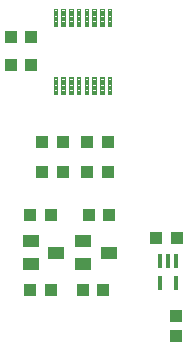
<source format=gtp>
G04 EAGLE Gerber X2 export*
%TF.Part,Single*%
%TF.FileFunction,Paste,Top*%
%TF.FilePolarity,Positive*%
%TF.GenerationSoftware,Autodesk,EAGLE,8.7.0*%
%TF.CreationDate,2018-03-20T01:19:31Z*%
G75*
%MOMM*%
%FSLAX34Y34*%
%LPD*%
%AMOC8*
5,1,8,0,0,1.08239X$1,22.5*%
G01*
%ADD10C,0.102500*%
%ADD11R,1.000000X1.100000*%
%ADD12R,1.100000X1.000000*%
%ADD13R,0.400000X1.190000*%
%ADD14R,1.400000X1.000000*%


D10*
X127378Y274548D02*
X127378Y259872D01*
X124302Y259872D01*
X124302Y274548D01*
X127378Y274548D01*
X127378Y260896D02*
X124302Y260896D01*
X124302Y261920D02*
X127378Y261920D01*
X127378Y262944D02*
X124302Y262944D01*
X124302Y263968D02*
X127378Y263968D01*
X127378Y264992D02*
X124302Y264992D01*
X124302Y266016D02*
X127378Y266016D01*
X127378Y267040D02*
X124302Y267040D01*
X124302Y268064D02*
X127378Y268064D01*
X127378Y269088D02*
X124302Y269088D01*
X124302Y270112D02*
X127378Y270112D01*
X127378Y271136D02*
X124302Y271136D01*
X124302Y272160D02*
X127378Y272160D01*
X127378Y273184D02*
X124302Y273184D01*
X124302Y274208D02*
X127378Y274208D01*
X133878Y274548D02*
X133878Y259872D01*
X130802Y259872D01*
X130802Y274548D01*
X133878Y274548D01*
X133878Y260896D02*
X130802Y260896D01*
X130802Y261920D02*
X133878Y261920D01*
X133878Y262944D02*
X130802Y262944D01*
X130802Y263968D02*
X133878Y263968D01*
X133878Y264992D02*
X130802Y264992D01*
X130802Y266016D02*
X133878Y266016D01*
X133878Y267040D02*
X130802Y267040D01*
X130802Y268064D02*
X133878Y268064D01*
X133878Y269088D02*
X130802Y269088D01*
X130802Y270112D02*
X133878Y270112D01*
X133878Y271136D02*
X130802Y271136D01*
X130802Y272160D02*
X133878Y272160D01*
X133878Y273184D02*
X130802Y273184D01*
X130802Y274208D02*
X133878Y274208D01*
X140378Y274548D02*
X140378Y259872D01*
X137302Y259872D01*
X137302Y274548D01*
X140378Y274548D01*
X140378Y260896D02*
X137302Y260896D01*
X137302Y261920D02*
X140378Y261920D01*
X140378Y262944D02*
X137302Y262944D01*
X137302Y263968D02*
X140378Y263968D01*
X140378Y264992D02*
X137302Y264992D01*
X137302Y266016D02*
X140378Y266016D01*
X140378Y267040D02*
X137302Y267040D01*
X137302Y268064D02*
X140378Y268064D01*
X140378Y269088D02*
X137302Y269088D01*
X137302Y270112D02*
X140378Y270112D01*
X140378Y271136D02*
X137302Y271136D01*
X137302Y272160D02*
X140378Y272160D01*
X140378Y273184D02*
X137302Y273184D01*
X137302Y274208D02*
X140378Y274208D01*
X146878Y274548D02*
X146878Y259872D01*
X143802Y259872D01*
X143802Y274548D01*
X146878Y274548D01*
X146878Y260896D02*
X143802Y260896D01*
X143802Y261920D02*
X146878Y261920D01*
X146878Y262944D02*
X143802Y262944D01*
X143802Y263968D02*
X146878Y263968D01*
X146878Y264992D02*
X143802Y264992D01*
X143802Y266016D02*
X146878Y266016D01*
X146878Y267040D02*
X143802Y267040D01*
X143802Y268064D02*
X146878Y268064D01*
X146878Y269088D02*
X143802Y269088D01*
X143802Y270112D02*
X146878Y270112D01*
X146878Y271136D02*
X143802Y271136D01*
X143802Y272160D02*
X146878Y272160D01*
X146878Y273184D02*
X143802Y273184D01*
X143802Y274208D02*
X146878Y274208D01*
X153378Y274548D02*
X153378Y259872D01*
X150302Y259872D01*
X150302Y274548D01*
X153378Y274548D01*
X153378Y260896D02*
X150302Y260896D01*
X150302Y261920D02*
X153378Y261920D01*
X153378Y262944D02*
X150302Y262944D01*
X150302Y263968D02*
X153378Y263968D01*
X153378Y264992D02*
X150302Y264992D01*
X150302Y266016D02*
X153378Y266016D01*
X153378Y267040D02*
X150302Y267040D01*
X150302Y268064D02*
X153378Y268064D01*
X153378Y269088D02*
X150302Y269088D01*
X150302Y270112D02*
X153378Y270112D01*
X153378Y271136D02*
X150302Y271136D01*
X150302Y272160D02*
X153378Y272160D01*
X153378Y273184D02*
X150302Y273184D01*
X150302Y274208D02*
X153378Y274208D01*
X159878Y274548D02*
X159878Y259872D01*
X156802Y259872D01*
X156802Y274548D01*
X159878Y274548D01*
X159878Y260896D02*
X156802Y260896D01*
X156802Y261920D02*
X159878Y261920D01*
X159878Y262944D02*
X156802Y262944D01*
X156802Y263968D02*
X159878Y263968D01*
X159878Y264992D02*
X156802Y264992D01*
X156802Y266016D02*
X159878Y266016D01*
X159878Y267040D02*
X156802Y267040D01*
X156802Y268064D02*
X159878Y268064D01*
X159878Y269088D02*
X156802Y269088D01*
X156802Y270112D02*
X159878Y270112D01*
X159878Y271136D02*
X156802Y271136D01*
X156802Y272160D02*
X159878Y272160D01*
X159878Y273184D02*
X156802Y273184D01*
X156802Y274208D02*
X159878Y274208D01*
X166378Y274548D02*
X166378Y259872D01*
X163302Y259872D01*
X163302Y274548D01*
X166378Y274548D01*
X166378Y260896D02*
X163302Y260896D01*
X163302Y261920D02*
X166378Y261920D01*
X166378Y262944D02*
X163302Y262944D01*
X163302Y263968D02*
X166378Y263968D01*
X166378Y264992D02*
X163302Y264992D01*
X163302Y266016D02*
X166378Y266016D01*
X166378Y267040D02*
X163302Y267040D01*
X163302Y268064D02*
X166378Y268064D01*
X166378Y269088D02*
X163302Y269088D01*
X163302Y270112D02*
X166378Y270112D01*
X166378Y271136D02*
X163302Y271136D01*
X163302Y272160D02*
X166378Y272160D01*
X166378Y273184D02*
X163302Y273184D01*
X163302Y274208D02*
X166378Y274208D01*
X172878Y274548D02*
X172878Y259872D01*
X169802Y259872D01*
X169802Y274548D01*
X172878Y274548D01*
X172878Y260896D02*
X169802Y260896D01*
X169802Y261920D02*
X172878Y261920D01*
X172878Y262944D02*
X169802Y262944D01*
X169802Y263968D02*
X172878Y263968D01*
X172878Y264992D02*
X169802Y264992D01*
X169802Y266016D02*
X172878Y266016D01*
X172878Y267040D02*
X169802Y267040D01*
X169802Y268064D02*
X172878Y268064D01*
X172878Y269088D02*
X169802Y269088D01*
X169802Y270112D02*
X172878Y270112D01*
X172878Y271136D02*
X169802Y271136D01*
X169802Y272160D02*
X172878Y272160D01*
X172878Y273184D02*
X169802Y273184D01*
X169802Y274208D02*
X172878Y274208D01*
X172878Y317272D02*
X172878Y331948D01*
X172878Y317272D02*
X169802Y317272D01*
X169802Y331948D01*
X172878Y331948D01*
X172878Y318296D02*
X169802Y318296D01*
X169802Y319320D02*
X172878Y319320D01*
X172878Y320344D02*
X169802Y320344D01*
X169802Y321368D02*
X172878Y321368D01*
X172878Y322392D02*
X169802Y322392D01*
X169802Y323416D02*
X172878Y323416D01*
X172878Y324440D02*
X169802Y324440D01*
X169802Y325464D02*
X172878Y325464D01*
X172878Y326488D02*
X169802Y326488D01*
X169802Y327512D02*
X172878Y327512D01*
X172878Y328536D02*
X169802Y328536D01*
X169802Y329560D02*
X172878Y329560D01*
X172878Y330584D02*
X169802Y330584D01*
X169802Y331608D02*
X172878Y331608D01*
X166378Y331948D02*
X166378Y317272D01*
X163302Y317272D01*
X163302Y331948D01*
X166378Y331948D01*
X166378Y318296D02*
X163302Y318296D01*
X163302Y319320D02*
X166378Y319320D01*
X166378Y320344D02*
X163302Y320344D01*
X163302Y321368D02*
X166378Y321368D01*
X166378Y322392D02*
X163302Y322392D01*
X163302Y323416D02*
X166378Y323416D01*
X166378Y324440D02*
X163302Y324440D01*
X163302Y325464D02*
X166378Y325464D01*
X166378Y326488D02*
X163302Y326488D01*
X163302Y327512D02*
X166378Y327512D01*
X166378Y328536D02*
X163302Y328536D01*
X163302Y329560D02*
X166378Y329560D01*
X166378Y330584D02*
X163302Y330584D01*
X163302Y331608D02*
X166378Y331608D01*
X159878Y331948D02*
X159878Y317272D01*
X156802Y317272D01*
X156802Y331948D01*
X159878Y331948D01*
X159878Y318296D02*
X156802Y318296D01*
X156802Y319320D02*
X159878Y319320D01*
X159878Y320344D02*
X156802Y320344D01*
X156802Y321368D02*
X159878Y321368D01*
X159878Y322392D02*
X156802Y322392D01*
X156802Y323416D02*
X159878Y323416D01*
X159878Y324440D02*
X156802Y324440D01*
X156802Y325464D02*
X159878Y325464D01*
X159878Y326488D02*
X156802Y326488D01*
X156802Y327512D02*
X159878Y327512D01*
X159878Y328536D02*
X156802Y328536D01*
X156802Y329560D02*
X159878Y329560D01*
X159878Y330584D02*
X156802Y330584D01*
X156802Y331608D02*
X159878Y331608D01*
X153378Y331948D02*
X153378Y317272D01*
X150302Y317272D01*
X150302Y331948D01*
X153378Y331948D01*
X153378Y318296D02*
X150302Y318296D01*
X150302Y319320D02*
X153378Y319320D01*
X153378Y320344D02*
X150302Y320344D01*
X150302Y321368D02*
X153378Y321368D01*
X153378Y322392D02*
X150302Y322392D01*
X150302Y323416D02*
X153378Y323416D01*
X153378Y324440D02*
X150302Y324440D01*
X150302Y325464D02*
X153378Y325464D01*
X153378Y326488D02*
X150302Y326488D01*
X150302Y327512D02*
X153378Y327512D01*
X153378Y328536D02*
X150302Y328536D01*
X150302Y329560D02*
X153378Y329560D01*
X153378Y330584D02*
X150302Y330584D01*
X150302Y331608D02*
X153378Y331608D01*
X146878Y331948D02*
X146878Y317272D01*
X143802Y317272D01*
X143802Y331948D01*
X146878Y331948D01*
X146878Y318296D02*
X143802Y318296D01*
X143802Y319320D02*
X146878Y319320D01*
X146878Y320344D02*
X143802Y320344D01*
X143802Y321368D02*
X146878Y321368D01*
X146878Y322392D02*
X143802Y322392D01*
X143802Y323416D02*
X146878Y323416D01*
X146878Y324440D02*
X143802Y324440D01*
X143802Y325464D02*
X146878Y325464D01*
X146878Y326488D02*
X143802Y326488D01*
X143802Y327512D02*
X146878Y327512D01*
X146878Y328536D02*
X143802Y328536D01*
X143802Y329560D02*
X146878Y329560D01*
X146878Y330584D02*
X143802Y330584D01*
X143802Y331608D02*
X146878Y331608D01*
X140378Y331948D02*
X140378Y317272D01*
X137302Y317272D01*
X137302Y331948D01*
X140378Y331948D01*
X140378Y318296D02*
X137302Y318296D01*
X137302Y319320D02*
X140378Y319320D01*
X140378Y320344D02*
X137302Y320344D01*
X137302Y321368D02*
X140378Y321368D01*
X140378Y322392D02*
X137302Y322392D01*
X137302Y323416D02*
X140378Y323416D01*
X140378Y324440D02*
X137302Y324440D01*
X137302Y325464D02*
X140378Y325464D01*
X140378Y326488D02*
X137302Y326488D01*
X137302Y327512D02*
X140378Y327512D01*
X140378Y328536D02*
X137302Y328536D01*
X137302Y329560D02*
X140378Y329560D01*
X140378Y330584D02*
X137302Y330584D01*
X137302Y331608D02*
X140378Y331608D01*
X133878Y331948D02*
X133878Y317272D01*
X130802Y317272D01*
X130802Y331948D01*
X133878Y331948D01*
X133878Y318296D02*
X130802Y318296D01*
X130802Y319320D02*
X133878Y319320D01*
X133878Y320344D02*
X130802Y320344D01*
X130802Y321368D02*
X133878Y321368D01*
X133878Y322392D02*
X130802Y322392D01*
X130802Y323416D02*
X133878Y323416D01*
X133878Y324440D02*
X130802Y324440D01*
X130802Y325464D02*
X133878Y325464D01*
X133878Y326488D02*
X130802Y326488D01*
X130802Y327512D02*
X133878Y327512D01*
X133878Y328536D02*
X130802Y328536D01*
X130802Y329560D02*
X133878Y329560D01*
X133878Y330584D02*
X130802Y330584D01*
X130802Y331608D02*
X133878Y331608D01*
X127378Y331948D02*
X127378Y317272D01*
X124302Y317272D01*
X124302Y331948D01*
X127378Y331948D01*
X127378Y318296D02*
X124302Y318296D01*
X124302Y319320D02*
X127378Y319320D01*
X127378Y320344D02*
X124302Y320344D01*
X124302Y321368D02*
X127378Y321368D01*
X127378Y322392D02*
X124302Y322392D01*
X124302Y323416D02*
X127378Y323416D01*
X127378Y324440D02*
X124302Y324440D01*
X124302Y325464D02*
X127378Y325464D01*
X127378Y326488D02*
X124302Y326488D01*
X124302Y327512D02*
X127378Y327512D01*
X127378Y328536D02*
X124302Y328536D01*
X124302Y329560D02*
X127378Y329560D01*
X127378Y330584D02*
X124302Y330584D01*
X124302Y331608D02*
X127378Y331608D01*
D11*
X131690Y194310D03*
X114690Y194310D03*
X169790Y194310D03*
X152790Y194310D03*
X131690Y219710D03*
X114690Y219710D03*
X169790Y219710D03*
X152790Y219710D03*
D12*
X105020Y308610D03*
X88020Y308610D03*
X105020Y284480D03*
X88020Y284480D03*
D11*
X148980Y93980D03*
X165980Y93980D03*
X104530Y93980D03*
X121530Y93980D03*
D13*
X227480Y118820D03*
X220980Y118820D03*
X214480Y118820D03*
X214480Y99620D03*
X227480Y99620D03*
D12*
X228210Y138430D03*
X211210Y138430D03*
D11*
X154060Y157480D03*
X171060Y157480D03*
X121530Y157480D03*
X104530Y157480D03*
D14*
X171020Y125730D03*
X149020Y116230D03*
X149020Y135230D03*
X126570Y125730D03*
X104570Y116230D03*
X104570Y135230D03*
D11*
X227330Y72000D03*
X227330Y55000D03*
M02*

</source>
